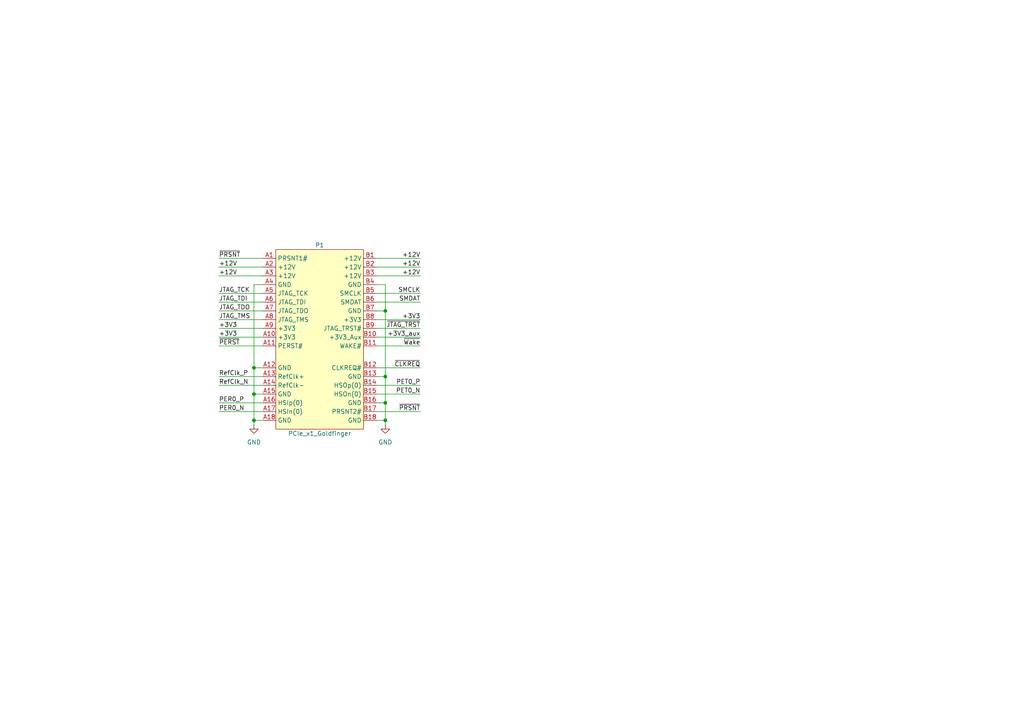
<source format=kicad_sch>
(kicad_sch (version 20211123) (generator eeschema)
  (paper "A4")
  (lib_symbols
    (symbol "Connector_PCIe:PCIe_x1_Goldfinger" (in_bom no)
      (property "Reference" "P" (at 5.08 31.75 0))
      (property "Value" "PCIe_x1_Goldfinger" (at -8.89 31.75 0))
      (symbol "PCIe_x1_Goldfinger_0_1"
        (rectangle (start -12.7 30.48) (end 12.7 -21.59) (fill (type background)))
      )
      (symbol "PCIe_x1_Goldfinger_1_1"
        (pin passive line (at -16.51 27.94 0) (length 3.81) (name "PRSNT1#") (number "A1"))
        (pin passive line (at -16.51 5.08 0) (length 3.81) (name "+3V3") (number "A10"))
        (pin passive line (at -16.51 2.54 0) (length 3.81) (name "PERST#") (number "A11"))
        (pin passive line (at -16.51 -3.81 0) (length 3.81) (name "GND") (number "A12"))
        (pin passive line (at -16.51 -6.35 0) (length 3.81) (name "RefClk+") (number "A13"))
        (pin passive line (at -16.51 -8.89 0) (length 3.81) (name "RefClk-") (number "A14"))
        (pin passive line (at -16.51 -11.43 0) (length 3.81) (name "GND") (number "A15"))
        (pin passive line (at -16.51 -13.97 0) (length 3.81) (name "HSIp(0)") (number "A16"))
        (pin passive line (at -16.51 -16.51 0) (length 3.81) (name "HSIn(0)") (number "A17"))
        (pin passive line (at -16.51 -19.05 0) (length 3.81) (name "GND") (number "A18"))
        (pin passive line (at -16.51 25.4 0) (length 3.81) (name "+12V") (number "A2"))
        (pin passive line (at -16.51 22.86 0) (length 3.81) (name "+12V") (number "A3"))
        (pin passive line (at -16.51 20.32 0) (length 3.81) (name "GND") (number "A4"))
        (pin passive line (at -16.51 17.78 0) (length 3.81) (name "JTAG_TCK") (number "A5"))
        (pin passive line (at -16.51 15.24 0) (length 3.81) (name "JTAG_TDI") (number "A6"))
        (pin passive line (at -16.51 12.7 0) (length 3.81) (name "JTAG_TDO") (number "A7"))
        (pin passive line (at -16.51 10.16 0) (length 3.81) (name "JTAG_TMS") (number "A8"))
        (pin passive line (at -16.51 7.62 0) (length 3.81) (name "+3V3") (number "A9"))
        (pin passive line (at 16.51 27.94 180) (length 3.81) (name "+12V") (number "B1"))
        (pin passive line (at 16.51 5.08 180) (length 3.81) (name "+3V3_Aux") (number "B10"))
        (pin passive line (at 16.51 2.54 180) (length 3.81) (name "WAKE#") (number "B11"))
        (pin passive line (at 16.51 -3.81 180) (length 3.81) (name "CLKREQ#") (number "B12"))
        (pin passive line (at 16.51 -6.35 180) (length 3.81) (name "GND") (number "B13"))
        (pin passive line (at 16.51 -8.89 180) (length 3.81) (name "HSOp(0)") (number "B14"))
        (pin passive line (at 16.51 -11.43 180) (length 3.81) (name "HSOn(0)") (number "B15"))
        (pin passive line (at 16.51 -13.97 180) (length 3.81) (name "GND") (number "B16"))
        (pin passive line (at 16.51 -16.51 180) (length 3.81) (name "PRSNT2#") (number "B17"))
        (pin passive line (at 16.51 -19.05 180) (length 3.81) (name "GND") (number "B18"))
        (pin passive line (at 16.51 25.4 180) (length 3.81) (name "+12V") (number "B2"))
        (pin passive line (at 16.51 22.86 180) (length 3.81) (name "+12V") (number "B3"))
        (pin passive line (at 16.51 20.32 180) (length 3.81) (name "GND") (number "B4"))
        (pin passive line (at 16.51 17.78 180) (length 3.81) (name "SMCLK") (number "B5"))
        (pin passive line (at 16.51 15.24 180) (length 3.81) (name "SMDAT") (number "B6"))
        (pin passive line (at 16.51 12.7 180) (length 3.81) (name "GND") (number "B7"))
        (pin passive line (at 16.51 10.16 180) (length 3.81) (name "+3V3") (number "B8"))
        (pin passive line (at 16.51 7.62 180) (length 3.81) (name "JTAG_TRST#") (number "B9"))
      )
    )
    (symbol "power:GND" (power) (pin_names (offset 0))
      (property "Value" "GND" (at 0 -3.81 0))
      (symbol "GND_0_1"
        (polyline (pts (xy 0 0) (xy 0 -1.27) (xy 1.27 -1.27) (xy 0 -2.54) (xy -1.27 -1.27) (xy 0 -1.27)))
      )
      (symbol "GND_1_1"
        (pin power_in line (at 0 0 270) (length 0) hide (name "GND") (number "1"))
      )
    )
  )
  (junction (at 73.66 114.3))
  (junction (at 111.76 109.22))
  (junction (at 73.66 106.68))
  (junction (at 111.76 121.92))
  (junction (at 111.76 116.84))
  (junction (at 73.66 121.92))
  (junction (at 111.76 90.17))
  (wire (pts (xy 109.22 121.92) (xy 111.76 121.92)))
  (wire (pts (xy 111.76 116.84) (xy 111.76 121.92)))
  (wire (pts (xy 63.5 77.47) (xy 76.2 77.47)))
  (wire (pts (xy 109.22 85.09) (xy 121.92 85.09)))
  (wire (pts (xy 63.5 74.93) (xy 76.2 74.93)))
  (wire (pts (xy 109.22 119.38) (xy 121.92 119.38)))
  (wire (pts (xy 73.66 106.68) (xy 76.2 106.68)))
  (wire (pts (xy 63.5 85.09) (xy 76.2 85.09)))
  (wire (pts (xy 109.22 114.3) (xy 121.92 114.3)))
  (wire (pts (xy 109.22 92.71) (xy 121.92 92.71)))
  (wire (pts (xy 73.66 114.3) (xy 73.66 121.92)))
  (wire (pts (xy 63.5 109.22) (xy 76.2 109.22)))
  (wire (pts (xy 109.22 77.47) (xy 121.92 77.47)))
  (wire (pts (xy 109.22 100.33) (xy 121.92 100.33)))
  (wire (pts (xy 73.66 121.92) (xy 76.2 121.92)))
  (wire (pts (xy 63.5 116.84) (xy 76.2 116.84)))
  (wire (pts (xy 73.66 121.92) (xy 73.66 123.19)))
  (wire (pts (xy 63.5 111.76) (xy 76.2 111.76)))
  (wire (pts (xy 109.22 97.79) (xy 121.92 97.79)))
  (wire (pts (xy 109.22 106.68) (xy 121.92 106.68)))
  (wire (pts (xy 109.22 82.55) (xy 111.76 82.55)))
  (wire (pts (xy 63.5 80.01) (xy 76.2 80.01)))
  (wire (pts (xy 109.22 109.22) (xy 111.76 109.22)))
  (wire (pts (xy 109.22 111.76) (xy 121.92 111.76)))
  (wire (pts (xy 109.22 116.84) (xy 111.76 116.84)))
  (wire (pts (xy 109.22 80.01) (xy 121.92 80.01)))
  (wire (pts (xy 111.76 121.92) (xy 111.76 123.19)))
  (wire (pts (xy 111.76 82.55) (xy 111.76 90.17)))
  (wire (pts (xy 63.5 90.17) (xy 76.2 90.17)))
  (wire (pts (xy 63.5 97.79) (xy 76.2 97.79)))
  (wire (pts (xy 109.22 95.25) (xy 121.92 95.25)))
  (wire (pts (xy 63.5 92.71) (xy 76.2 92.71)))
  (wire (pts (xy 111.76 109.22) (xy 111.76 116.84)))
  (wire (pts (xy 63.5 95.25) (xy 76.2 95.25)))
  (wire (pts (xy 109.22 74.93) (xy 121.92 74.93)))
  (wire (pts (xy 73.66 114.3) (xy 76.2 114.3)))
  (wire (pts (xy 111.76 90.17) (xy 111.76 109.22)))
  (wire (pts (xy 109.22 87.63) (xy 121.92 87.63)))
  (wire (pts (xy 63.5 100.33) (xy 76.2 100.33)))
  (wire (pts (xy 63.5 87.63) (xy 76.2 87.63)))
  (wire (pts (xy 109.22 90.17) (xy 111.76 90.17)))
  (wire (pts (xy 73.66 82.55) (xy 73.66 106.68)))
  (wire (pts (xy 63.5 119.38) (xy 76.2 119.38)))
  (wire (pts (xy 73.66 106.68) (xy 73.66 114.3)))
  (wire (pts (xy 76.2 82.55) (xy 73.66 82.55)))
  (label "+3V3" (at 121.92 92.71 180))
  (label "JTAG_TDO" (at 63.5 90.17 0))
  (label "JTAG_TMS" (at 63.5 92.71 0))
  (label "~{PRSNT}" (at 63.5 74.93 0))
  (label "+12V" (at 121.92 74.93 180))
  (label "+12V" (at 121.92 80.01 180))
  (label "+3V3_aux" (at 121.92 97.79 180))
  (label "+3V3" (at 63.5 97.79 0))
  (label "+12V" (at 121.92 77.47 180))
  (label "PER0_P" (at 63.5 116.84 0))
  (label "JTAG_TCK" (at 63.5 85.09 0))
  (label "RefClk_P" (at 63.5 109.22 0))
  (label "PET0_N" (at 121.92 114.3 180))
  (label "~{Wake}" (at 121.92 100.33 180))
  (label "JTAG_TDI" (at 63.5 87.63 0))
  (label "~{CLKREQ}" (at 121.92 106.68 180))
  (label "+3V3" (at 63.5 95.25 0))
  (label "+12V" (at 63.5 80.01 0))
  (label "SMCLK" (at 121.92 85.09 180))
  (label "PER0_N" (at 63.5 119.38 0))
  (label "~{JTAG_TRST}" (at 121.92 95.25 180))
  (label "+12V" (at 63.5 77.47 0))
  (label "SMDAT" (at 121.92 87.63 180))
  (label "~{PERST}" (at 63.5 100.33 0))
  (label "PET0_P" (at 121.92 111.76 180))
  (label "RefClk_N" (at 63.5 111.76 0))
  (label "~{PRSNT}" (at 121.92 119.38 180))
  (symbol (lib_id "power:GND") (at 111.76 123.19 0) (unit 1)
    (property "Reference" "#PWR?" (effects hide))
    (property "Value" "GND" (at 111.76 128.27 0))
  )
  (symbol (lib_id "Connector_PCIe:PCIe_x1_Goldfinger") (at 92.71 102.87 0) (unit 1) (in_bom no)
    (property "Reference" "P1" (at 92.71 71.12 0))
    (property "Value" "PCIe_x1_Goldfinger" (at 92.71 125.73 0))
    (property "Footprint" "Connector_PCIe:PCIe_x1_GoldFinger" (effects hide))
  )
  (symbol (lib_id "power:GND") (at 73.66 123.19 0) (unit 1)
    (property "Reference" "#PWR?" (effects hide))
    (property "Value" "GND" (at 73.66 128.27 0))
  )
)
</source>
